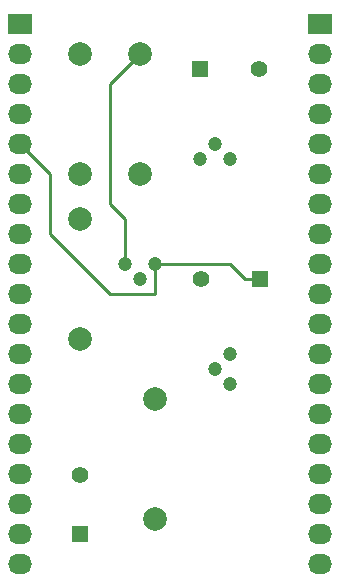
<source format=gbr>
G04 #@! TF.FileFunction,Copper,L2,Bot,Signal*
%FSLAX46Y46*%
G04 Gerber Fmt 4.6, Leading zero omitted, Abs format (unit mm)*
G04 Created by KiCad (PCBNEW 4.0.3+e1-6302~38~ubuntu16.04.1-stable) date Wed Aug 17 12:50:24 2016*
%MOMM*%
%LPD*%
G01*
G04 APERTURE LIST*
%ADD10C,0.100000*%
%ADD11R,1.400000X1.400000*%
%ADD12C,1.400000*%
%ADD13R,2.032000X1.727200*%
%ADD14O,2.032000X1.727200*%
%ADD15C,1.998980*%
%ADD16C,1.200000*%
%ADD17C,0.250000*%
G04 APERTURE END LIST*
D10*
D11*
X76200000Y-73660000D03*
D12*
X81200000Y-73660000D03*
D11*
X81280000Y-91440000D03*
D12*
X76280000Y-91440000D03*
D11*
X66040000Y-113030000D03*
D12*
X66040000Y-108030000D03*
D13*
X86360000Y-69850000D03*
D14*
X86360000Y-72390000D03*
X86360000Y-74930000D03*
X86360000Y-77470000D03*
X86360000Y-80010000D03*
X86360000Y-82550000D03*
X86360000Y-85090000D03*
X86360000Y-87630000D03*
X86360000Y-90170000D03*
X86360000Y-92710000D03*
X86360000Y-95250000D03*
X86360000Y-97790000D03*
X86360000Y-100330000D03*
X86360000Y-102870000D03*
X86360000Y-105410000D03*
X86360000Y-107950000D03*
X86360000Y-110490000D03*
X86360000Y-113030000D03*
X86360000Y-115570000D03*
D13*
X60960000Y-69850000D03*
D14*
X60960000Y-72390000D03*
X60960000Y-74930000D03*
X60960000Y-77470000D03*
X60960000Y-80010000D03*
X60960000Y-82550000D03*
X60960000Y-85090000D03*
X60960000Y-87630000D03*
X60960000Y-90170000D03*
X60960000Y-92710000D03*
X60960000Y-95250000D03*
X60960000Y-97790000D03*
X60960000Y-100330000D03*
X60960000Y-102870000D03*
X60960000Y-105410000D03*
X60960000Y-107950000D03*
X60960000Y-110490000D03*
X60960000Y-113030000D03*
X60960000Y-115570000D03*
D15*
X71120000Y-72390000D03*
X71120000Y-82550000D03*
X72390000Y-101600000D03*
X72390000Y-111760000D03*
X66040000Y-86360000D03*
X66040000Y-96520000D03*
X66040000Y-72390000D03*
X66040000Y-82550000D03*
D16*
X78740000Y-81280000D03*
X77470000Y-80010000D03*
X76200000Y-81280000D03*
X78740000Y-97790000D03*
X77470000Y-99060000D03*
X78740000Y-100330000D03*
X69850000Y-90170000D03*
X71120000Y-91440000D03*
X72390000Y-90170000D03*
D17*
X72390000Y-90170000D02*
X78740000Y-90170000D01*
X80010000Y-91440000D02*
X81280000Y-91440000D01*
X78740000Y-90170000D02*
X80010000Y-91440000D01*
X72390000Y-90170000D02*
X72390000Y-92710000D01*
X63500000Y-82550000D02*
X60960000Y-80010000D01*
X63500000Y-87630000D02*
X63500000Y-82550000D01*
X68580000Y-92710000D02*
X63500000Y-87630000D01*
X72390000Y-92710000D02*
X68580000Y-92710000D01*
X69850000Y-90170000D02*
X69850000Y-86360000D01*
X68580000Y-74930000D02*
X71120000Y-72390000D01*
X68580000Y-85090000D02*
X68580000Y-74930000D01*
X69850000Y-86360000D02*
X68580000Y-85090000D01*
M02*

</source>
